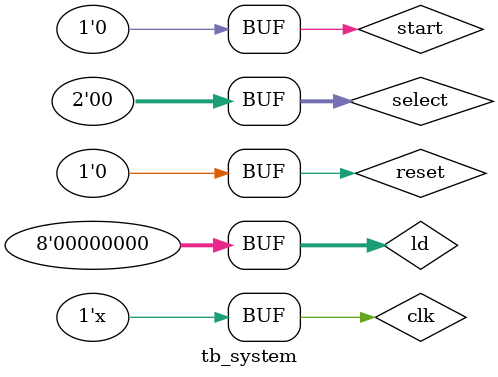
<source format=v>
`timescale 1ns / 1ps


module tb_system;
    reg clk;
    reg [1:0] select;
    reg reset;
    reg start;
    reg [7:0] ld;
    wire [3:0] an;
    wire [6:0] sseg;
    wire [3:0] d1, d2, d3 ,d4;
    
    system u1(
        .clk(clk),
        .select(select),
        .reset(reset),
        .start(start),
        .ld(ld),
        .an(an),
        .sseg(sseg),
        .debugc(d1),
        .debugc1(d2),
        .debugc2(d3),
        .debugc3(d4)
    );
    
    initial
    begin
    clk = 0;
    select = 0;
    reset = 0;
    start = 0;
    ld = 0;
    #10
    start = 1;
    reset = 1;
    #10
    start = 0;
    reset = 0;
    end
    always
    #5 clk = ~clk;
endmodule

</source>
